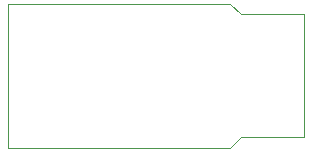
<source format=gm1>
%TF.GenerationSoftware,KiCad,Pcbnew,(6.0.8)*%
%TF.CreationDate,2022-11-07T14:56:59+08:00*%
%TF.ProjectId,remote-rpi,72656d6f-7465-42d7-9270-692e6b696361,rev?*%
%TF.SameCoordinates,Original*%
%TF.FileFunction,Profile,NP*%
%FSLAX46Y46*%
G04 Gerber Fmt 4.6, Leading zero omitted, Abs format (unit mm)*
G04 Created by KiCad (PCBNEW (6.0.8)) date 2022-11-07 14:56:59*
%MOMM*%
%LPD*%
G01*
G04 APERTURE LIST*
%TA.AperFunction,Profile*%
%ADD10C,0.100000*%
%TD*%
G04 APERTURE END LIST*
D10*
X25025000Y-11325000D02*
X25025000Y-875000D01*
X0Y0D02*
X18825000Y0D01*
X18825000Y-12200000D02*
X0Y-12200000D01*
X19700000Y-11325000D02*
X25025000Y-11325000D01*
X0Y-12200000D02*
X0Y0D01*
X18825000Y-12200000D02*
X19700000Y-11325000D01*
X18825000Y0D02*
X19700000Y-875000D01*
X25025000Y-875000D02*
X19700000Y-875000D01*
M02*

</source>
